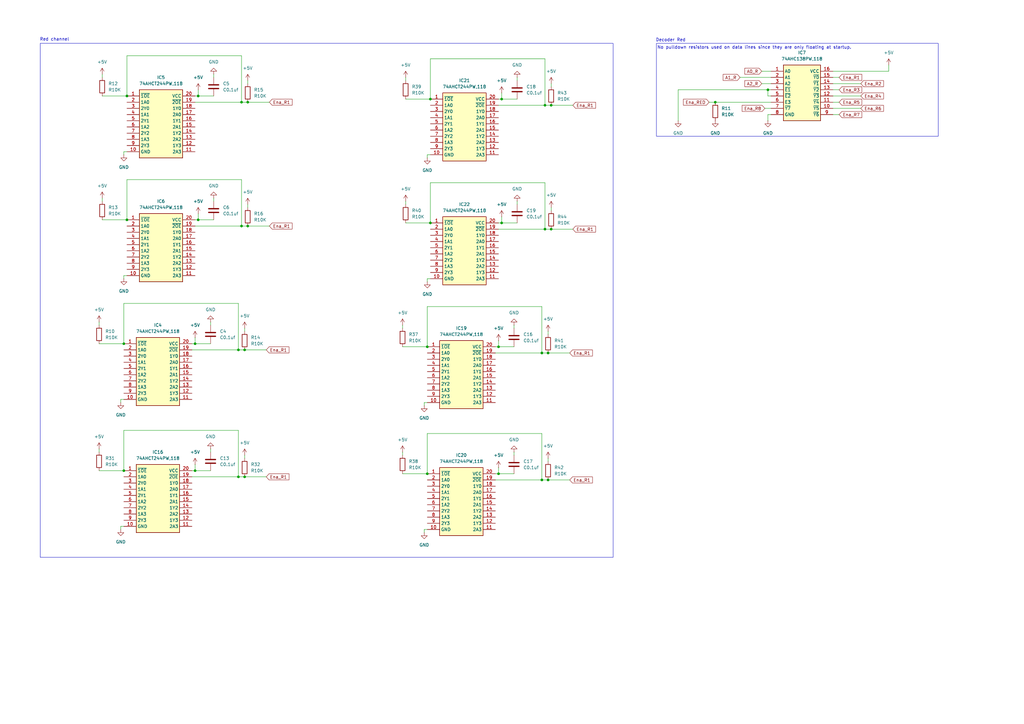
<source format=kicad_sch>
(kicad_sch (version 20250114) (generator "eeschema") (generator_version "9.0")
  (paper "A3")
  (title_block (title "Red LED's"))
  (lib_symbols
    (symbol "Device:C" (pin_numbers (hide yes)) (pin_names (offset 0.254))
      (property "Reference" "C" (at 0.635 2.54 0))
      (property "Value" "C" (at 0.635 -2.54 0))
      (symbol "C_0_1"
        (polyline (pts (xy -2.032 0.762) (xy 2.032 0.762)) (stroke (width 0.508)))
        (polyline (pts (xy -2.032 -0.762) (xy 2.032 -0.762)) (stroke (width 0.508)))
      )
      (symbol "C_1_1"
        (pin passive line (at 0 3.81 270) (length 2.794) (name "~") (number "1"))
        (pin passive line (at 0 -3.81 90) (length 2.794) (name "~") (number "2"))
      )
    )
    (symbol "Device:R" (pin_numbers (hide yes)) (pin_names (offset 0))
      (property "Reference" "R" (at 2.032 0 90))
      (property "Value" "R" (at 0 0 90))
      (symbol "R_0_1"
        (rectangle (start -1.016 -2.54) (end 1.016 2.54) (stroke (width 0.254)))
      )
      (symbol "R_1_1"
        (pin passive line (at 0 3.81 270) (length 1.27) (name "~") (number "1"))
        (pin passive line (at 0 -3.81 90) (length 1.27) (name "~") (number "2"))
      )
    )
    (symbol "SamacSys_Parts:74AHC138PW,118"
      (property "Reference" "IC" (at 21.59 7.62 0))
      (property "Value" "74AHC138PW,118" (at 21.59 5.08 0))
      (symbol "74AHC138PW,118_1_1"
        (rectangle (start 5.08 2.54) (end 20.32 -20.32) (stroke (width 0.254)) (fill (type background)))
        (pin passive line (at 0 0 0) (length 5.08) (name "A0") (number "1"))
        (pin passive line (at 0 -2.54 0) (length 5.08) (name "A1") (number "2"))
        (pin passive line (at 0 -5.08 0) (length 5.08) (name "A2") (number "3"))
        (pin passive line (at 0 -7.62 0) (length 5.08) (name "~{E1}") (number "4"))
        (pin passive line (at 0 -10.16 0) (length 5.08) (name "~{E2}") (number "5"))
        (pin passive line (at 0 -12.7 0) (length 5.08) (name "E3") (number "6"))
        (pin passive line (at 0 -15.24 0) (length 5.08) (name "~{Y7}") (number "7"))
        (pin passive line (at 0 -17.78 0) (length 5.08) (name "GND") (number "8"))
        (pin passive line (at 25.4 0 180) (length 5.08) (name "VCC") (number "16"))
        (pin passive line (at 25.4 -2.54 180) (length 5.08) (name "~{Y0}") (number "15"))
        (pin passive line (at 25.4 -5.08 180) (length 5.08) (name "~{Y1}") (number "14"))
        (pin passive line (at 25.4 -7.62 180) (length 5.08) (name "~{Y2}") (number "13"))
        (pin passive line (at 25.4 -10.16 180) (length 5.08) (name "~{Y3}") (number "12"))
        (pin passive line (at 25.4 -12.7 180) (length 5.08) (name "~{Y4}") (number "11"))
        (pin passive line (at 25.4 -15.24 180) (length 5.08) (name "~{Y5}") (number "10"))
        (pin passive line (at 25.4 -17.78 180) (length 5.08) (name "~{Y6}") (number "9"))
      )
    )
    (symbol "SamacSys_Parts:74AHCT244PW,118"
      (property "Reference" "IC" (at 24.13 7.62 0))
      (property "Value" "74AHCT244PW,118" (at 24.13 5.08 0))
      (symbol "74AHCT244PW,118_1_1"
        (rectangle (start 5.08 2.54) (end 22.86 -25.4) (stroke (width 0.254)) (fill (type background)))
        (pin passive line (at 0 0 0) (length 5.08) (name "~{1OE}") (number "1"))
        (pin passive line (at 0 -2.54 0) (length 5.08) (name "1A0") (number "2"))
        (pin passive line (at 0 -5.08 0) (length 5.08) (name "2Y0") (number "3"))
        (pin passive line (at 0 -7.62 0) (length 5.08) (name "1A1") (number "4"))
        (pin passive line (at 0 -10.16 0) (length 5.08) (name "2Y1") (number "5"))
        (pin passive line (at 0 -12.7 0) (length 5.08) (name "1A2") (number "6"))
        (pin passive line (at 0 -15.24 0) (length 5.08) (name "2Y2") (number "7"))
        (pin passive line (at 0 -17.78 0) (length 5.08) (name "1A3") (number "8"))
        (pin passive line (at 0 -20.32 0) (length 5.08) (name "2Y3") (number "9"))
        (pin passive line (at 0 -22.86 0) (length 5.08) (name "GND") (number "10"))
        (pin passive line (at 27.94 0 180) (length 5.08) (name "VCC") (number "20"))
        (pin passive line (at 27.94 -2.54 180) (length 5.08) (name "~{2OE}") (number "19"))
        (pin passive line (at 27.94 -5.08 180) (length 5.08) (name "1Y0") (number "18"))
        (pin passive line (at 27.94 -7.62 180) (length 5.08) (name "2A0") (number "17"))
        (pin passive line (at 27.94 -10.16 180) (length 5.08) (name "1Y1") (number "16"))
        (pin passive line (at 27.94 -12.7 180) (length 5.08) (name "2A1") (number "15"))
        (pin passive line (at 27.94 -15.24 180) (length 5.08) (name "1Y2") (number "14"))
        (pin passive line (at 27.94 -17.78 180) (length 5.08) (name "2A2") (number "13"))
        (pin passive line (at 27.94 -20.32 180) (length 5.08) (name "1Y3") (number "12"))
        (pin passive line (at 27.94 -22.86 180) (length 5.08) (name "2A3") (number "11"))
      )
    )
    (symbol "power:+5V" (power) (pin_numbers (hide yes)) (pin_names (offset 0) (hide yes))
      (property "Value" "+5V" (at 0 3.556 0))
      (symbol "+5V_0_1"
        (polyline (pts (xy -0.762 1.27) (xy 0 2.54)))
        (polyline (pts (xy 0 2.54) (xy 0.762 1.27)))
        (polyline (pts (xy 0 0) (xy 0 2.54)))
      )
      (symbol "+5V_1_1"
        (pin power_in line (at 0 0 90) (length 0) (name "~") (number "1"))
      )
    )
    (symbol "power:GND" (power) (pin_numbers (hide yes)) (pin_names (offset 0) (hide yes))
      (property "Value" "GND" (at 0 -3.81 0))
      (symbol "GND_0_1"
        (polyline (pts (xy 0 0) (xy 0 -1.27) (xy 1.27 -1.27) (xy 0 -2.54) (xy -1.27 -1.27) (xy 0 -1.27)))
      )
      (symbol "GND_1_1"
        (pin power_in line (at 0 0 270) (length 0) (name "~") (number "1"))
      )
    )
  )
  (rectangle (start 16.51 17.78) (end 251.46 228.6))
  (rectangle (start 269.24 17.78) (end 384.81 55.88))
  (text "Decoder Red" (at 275.082 16.51 0) (effects (font (size 1.27 1.27))))
  (text "No pulldown resistors used on data lines since they are only floating at startup." (at 309.372 19.558 0) (effects (font (size 1.27 1.27))))
  (text "Red channel" (at 22.352 16.256 0) (effects (font (size 1.27 1.27))))
  (junction (at 222.25 196.85))
  (junction (at 222.25 144.78))
  (junction (at 205.74 91.44))
  (junction (at 100.33 143.51))
  (junction (at 99.06 41.91))
  (junction (at 80.01 193.04))
  (junction (at 99.06 92.71))
  (junction (at 52.07 90.17))
  (junction (at 80.01 140.97))
  (junction (at 81.28 90.17))
  (junction (at 293.37 41.91))
  (junction (at 101.6 92.71))
  (junction (at 204.47 194.31))
  (junction (at 314.96 36.83))
  (junction (at 226.06 93.98))
  (junction (at 175.26 194.31))
  (junction (at 204.47 142.24))
  (junction (at 176.53 91.44))
  (junction (at 205.74 40.64))
  (junction (at 175.26 142.24))
  (junction (at 97.79 143.51))
  (junction (at 226.06 43.18))
  (junction (at 176.53 40.64))
  (junction (at 223.52 93.98))
  (junction (at 224.79 144.78))
  (junction (at 81.28 39.37))
  (junction (at 50.8 140.97))
  (junction (at 50.8 193.04))
  (junction (at 223.52 43.18))
  (junction (at 224.79 196.85))
  (junction (at 97.79 195.58))
  (junction (at 101.6 41.91))
  (junction (at 52.07 39.37))
  (junction (at 100.33 195.58))
  (wire (pts (xy 210.82 186.69) (xy 210.82 185.42)))
  (wire (pts (xy 50.8 215.9) (xy 49.53 215.9)))
  (wire (pts (xy 80.01 193.04) (xy 86.36 193.04)))
  (wire (pts (xy 222.25 177.8) (xy 175.26 177.8)))
  (wire (pts (xy 222.25 196.85) (xy 224.79 196.85)))
  (wire (pts (xy 80.01 39.37) (xy 81.28 39.37)))
  (wire (pts (xy 99.06 41.91) (xy 99.06 22.86)))
  (wire (pts (xy 312.42 29.21) (xy 316.23 29.21)))
  (wire (pts (xy 97.79 195.58) (xy 100.33 195.58)))
  (wire (pts (xy 99.06 22.86) (xy 52.07 22.86)))
  (wire (pts (xy 204.47 142.24) (xy 210.82 142.24)))
  (wire (pts (xy 80.01 41.91) (xy 99.06 41.91)))
  (wire (pts (xy 341.63 39.37) (xy 353.06 39.37)))
  (wire (pts (xy 314.96 49.53) (xy 314.96 46.99)))
  (wire (pts (xy 97.79 143.51) (xy 100.33 143.51)))
  (wire (pts (xy 166.37 40.64) (xy 176.53 40.64)))
  (wire (pts (xy 224.79 187.96) (xy 224.79 189.23)))
  (wire (pts (xy 341.63 34.29) (xy 353.06 34.29)))
  (wire (pts (xy 222.25 196.85) (xy 222.25 177.8)))
  (wire (pts (xy 97.79 143.51) (xy 97.79 124.46)))
  (wire (pts (xy 81.28 36.83) (xy 81.28 39.37)))
  (wire (pts (xy 40.64 132.08) (xy 40.64 133.35)))
  (wire (pts (xy 49.53 215.9) (xy 49.53 217.17)))
  (wire (pts (xy 226.06 34.29) (xy 226.06 35.56)))
  (wire (pts (xy 50.8 113.03) (xy 50.8 114.3)))
  (wire (pts (xy 226.06 85.09) (xy 226.06 86.36)))
  (wire (pts (xy 364.49 26.67) (xy 364.49 29.21)))
  (wire (pts (xy 97.79 195.58) (xy 97.79 176.53)))
  (wire (pts (xy 176.53 74.93) (xy 176.53 91.44)))
  (wire (pts (xy 78.74 195.58) (xy 97.79 195.58)))
  (wire (pts (xy 341.63 44.45) (xy 353.06 44.45)))
  (wire (pts (xy 99.06 41.91) (xy 101.6 41.91)))
  (wire (pts (xy 52.07 113.03) (xy 50.8 113.03)))
  (wire (pts (xy 314.96 36.83) (xy 314.96 39.37)))
  (wire (pts (xy 99.06 73.66) (xy 52.07 73.66)))
  (wire (pts (xy 313.69 44.45) (xy 316.23 44.45)))
  (wire (pts (xy 40.64 140.97) (xy 50.8 140.97)))
  (wire (pts (xy 278.13 36.83) (xy 314.96 36.83)))
  (wire (pts (xy 166.37 91.44) (xy 176.53 91.44)))
  (wire (pts (xy 78.74 143.51) (xy 97.79 143.51)))
  (wire (pts (xy 205.74 88.9) (xy 205.74 91.44)))
  (wire (pts (xy 224.79 196.85) (xy 233.68 196.85)))
  (wire (pts (xy 175.26 125.73) (xy 175.26 142.24)))
  (wire (pts (xy 204.47 43.18) (xy 223.52 43.18)))
  (wire (pts (xy 165.1 194.31) (xy 175.26 194.31)))
  (wire (pts (xy 312.42 34.29) (xy 316.23 34.29)))
  (wire (pts (xy 99.06 92.71) (xy 99.06 73.66)))
  (wire (pts (xy 78.74 140.97) (xy 80.01 140.97)))
  (wire (pts (xy 278.13 49.53) (xy 278.13 36.83)))
  (wire (pts (xy 341.63 41.91) (xy 344.17 41.91)))
  (wire (pts (xy 99.06 92.71) (xy 101.6 92.71)))
  (wire (pts (xy 80.01 92.71) (xy 99.06 92.71)))
  (wire (pts (xy 50.8 163.83) (xy 49.53 163.83)))
  (wire (pts (xy 290.83 41.91) (xy 293.37 41.91)))
  (wire (pts (xy 80.01 190.5) (xy 80.01 193.04)))
  (wire (pts (xy 212.09 33.02) (xy 212.09 31.75)))
  (wire (pts (xy 226.06 43.18) (xy 234.95 43.18)))
  (wire (pts (xy 166.37 31.75) (xy 166.37 33.02)))
  (wire (pts (xy 87.63 82.55) (xy 87.63 81.28)))
  (wire (pts (xy 165.1 185.42) (xy 165.1 186.69)))
  (wire (pts (xy 165.1 133.35) (xy 165.1 134.62)))
  (wire (pts (xy 52.07 22.86) (xy 52.07 39.37)))
  (wire (pts (xy 176.53 63.5) (xy 175.26 63.5)))
  (wire (pts (xy 41.91 30.48) (xy 41.91 31.75)))
  (wire (pts (xy 204.47 191.77) (xy 204.47 194.31)))
  (wire (pts (xy 205.74 38.1) (xy 205.74 40.64)))
  (wire (pts (xy 226.06 93.98) (xy 234.95 93.98)))
  (wire (pts (xy 222.25 144.78) (xy 224.79 144.78)))
  (wire (pts (xy 87.63 31.75) (xy 87.63 30.48)))
  (wire (pts (xy 166.37 82.55) (xy 166.37 83.82)))
  (wire (pts (xy 80.01 90.17) (xy 81.28 90.17)))
  (wire (pts (xy 41.91 90.17) (xy 52.07 90.17)))
  (wire (pts (xy 293.37 41.91) (xy 316.23 41.91)))
  (wire (pts (xy 203.2 142.24) (xy 204.47 142.24)))
  (wire (pts (xy 52.07 62.23) (xy 50.8 62.23)))
  (wire (pts (xy 49.53 163.83) (xy 49.53 165.1)))
  (wire (pts (xy 86.36 133.35) (xy 86.36 132.08)))
  (wire (pts (xy 52.07 73.66) (xy 52.07 90.17)))
  (wire (pts (xy 80.01 140.97) (xy 86.36 140.97)))
  (wire (pts (xy 175.26 63.5) (xy 175.26 64.77)))
  (wire (pts (xy 203.2 144.78) (xy 222.25 144.78)))
  (wire (pts (xy 81.28 87.63) (xy 81.28 90.17)))
  (wire (pts (xy 204.47 91.44) (xy 205.74 91.44)))
  (wire (pts (xy 314.96 39.37) (xy 316.23 39.37)))
  (wire (pts (xy 100.33 143.51) (xy 109.22 143.51)))
  (wire (pts (xy 204.47 139.7) (xy 204.47 142.24)))
  (wire (pts (xy 175.26 165.1) (xy 173.99 165.1)))
  (wire (pts (xy 100.33 195.58) (xy 109.22 195.58)))
  (wire (pts (xy 176.53 114.3) (xy 175.26 114.3)))
  (wire (pts (xy 341.63 36.83) (xy 344.17 36.83)))
  (wire (pts (xy 224.79 135.89) (xy 224.79 137.16)))
  (wire (pts (xy 97.79 124.46) (xy 50.8 124.46)))
  (wire (pts (xy 86.36 185.42) (xy 86.36 184.15)))
  (wire (pts (xy 341.63 46.99) (xy 344.17 46.99)))
  (wire (pts (xy 222.25 144.78) (xy 222.25 125.73)))
  (wire (pts (xy 41.91 81.28) (xy 41.91 82.55)))
  (wire (pts (xy 173.99 217.17) (xy 173.99 218.44)))
  (wire (pts (xy 223.52 43.18) (xy 223.52 24.13)))
  (wire (pts (xy 212.09 83.82) (xy 212.09 82.55)))
  (wire (pts (xy 50.8 124.46) (xy 50.8 140.97)))
  (wire (pts (xy 101.6 33.02) (xy 101.6 34.29)))
  (wire (pts (xy 203.2 194.31) (xy 204.47 194.31)))
  (wire (pts (xy 175.26 177.8) (xy 175.26 194.31)))
  (wire (pts (xy 81.28 39.37) (xy 87.63 39.37)))
  (wire (pts (xy 100.33 134.62) (xy 100.33 135.89)))
  (wire (pts (xy 205.74 40.64) (xy 212.09 40.64)))
  (wire (pts (xy 341.63 31.75) (xy 344.17 31.75)))
  (wire (pts (xy 223.52 74.93) (xy 176.53 74.93)))
  (wire (pts (xy 203.2 196.85) (xy 222.25 196.85)))
  (wire (pts (xy 40.64 193.04) (xy 50.8 193.04)))
  (wire (pts (xy 101.6 41.91) (xy 110.49 41.91)))
  (wire (pts (xy 223.52 93.98) (xy 223.52 74.93)))
  (wire (pts (xy 50.8 176.53) (xy 50.8 193.04)))
  (wire (pts (xy 223.52 43.18) (xy 226.06 43.18)))
  (wire (pts (xy 165.1 142.24) (xy 175.26 142.24)))
  (wire (pts (xy 41.91 39.37) (xy 52.07 39.37)))
  (wire (pts (xy 303.53 31.75) (xy 316.23 31.75)))
  (wire (pts (xy 224.79 144.78) (xy 233.68 144.78)))
  (wire (pts (xy 176.53 24.13) (xy 176.53 40.64)))
  (wire (pts (xy 173.99 165.1) (xy 173.99 166.37)))
  (wire (pts (xy 205.74 91.44) (xy 212.09 91.44)))
  (wire (pts (xy 204.47 194.31) (xy 210.82 194.31)))
  (wire (pts (xy 78.74 193.04) (xy 80.01 193.04)))
  (wire (pts (xy 175.26 217.17) (xy 173.99 217.17)))
  (wire (pts (xy 175.26 114.3) (xy 175.26 115.57)))
  (wire (pts (xy 80.01 138.43) (xy 80.01 140.97)))
  (wire (pts (xy 204.47 40.64) (xy 205.74 40.64)))
  (wire (pts (xy 222.25 125.73) (xy 175.26 125.73)))
  (wire (pts (xy 223.52 24.13) (xy 176.53 24.13)))
  (wire (pts (xy 101.6 83.82) (xy 101.6 85.09)))
  (wire (pts (xy 223.52 93.98) (xy 226.06 93.98)))
  (wire (pts (xy 50.8 62.23) (xy 50.8 63.5)))
  (wire (pts (xy 210.82 134.62) (xy 210.82 133.35)))
  (wire (pts (xy 101.6 92.71) (xy 110.49 92.71)))
  (wire (pts (xy 314.96 46.99) (xy 316.23 46.99)))
  (wire (pts (xy 81.28 90.17) (xy 87.63 90.17)))
  (wire (pts (xy 97.79 176.53) (xy 50.8 176.53)))
  (wire (pts (xy 204.47 93.98) (xy 223.52 93.98)))
  (wire (pts (xy 100.33 186.69) (xy 100.33 187.96)))
  (wire (pts (xy 316.23 36.83) (xy 314.96 36.83)))
  (wire (pts (xy 40.64 184.15) (xy 40.64 185.42)))
  (wire (pts (xy 364.49 29.21) (xy 341.63 29.21)))
  (global_label "Ena_R1" (shape input) (at 234.95 93.98 0) (property "Intersheetrefs" "${INTERSHEET_REFS}" (effects (hide yes))))
  (global_label "Ena_R1" (shape input) (at 234.95 43.18 0) (property "Intersheetrefs" "${INTERSHEET_REFS}" (effects (hide yes))))
  (global_label "Ena_R1" (shape input) (at 233.68 144.78 0) (property "Intersheetrefs" "${INTERSHEET_REFS}" (effects (hide yes))))
  (global_label "Ena_RED" (shape input) (at 290.83 41.91 180) (property "Intersheetrefs" "${INTERSHEET_REFS}" (effects (hide yes))))
  (global_label "A2_R" (shape input) (at 312.42 34.29 180) (property "Intersheetrefs" "${INTERSHEET_REFS}" (effects (hide yes))))
  (global_label "Ena_R6" (shape input) (at 353.06 44.45 0) (property "Intersheetrefs" "${INTERSHEET_REFS}" (effects (hide yes))))
  (global_label "Ena_R4" (shape input) (at 353.06 39.37 0) (property "Intersheetrefs" "${INTERSHEET_REFS}" (effects (hide yes))))
  (global_label "Ena_R1" (shape input) (at 110.49 41.91 0) (property "Intersheetrefs" "${INTERSHEET_REFS}" (effects (hide yes))))
  (global_label "Ena_R1" (shape input) (at 233.68 196.85 0) (property "Intersheetrefs" "${INTERSHEET_REFS}" (effects (hide yes))))
  (global_label "A0_R" (shape input) (at 312.42 29.21 180) (property "Intersheetrefs" "${INTERSHEET_REFS}" (effects (hide yes))))
  (global_label "Ena_R2" (shape input) (at 353.06 34.29 0) (property "Intersheetrefs" "${INTERSHEET_REFS}" (effects (hide yes))))
  (global_label "Ena_R3" (shape input) (at 344.17 36.83 0) (property "Intersheetrefs" "${INTERSHEET_REFS}" (effects (hide yes))))
  (global_label "Ena_R8" (shape input) (at 313.69 44.45 180) (property "Intersheetrefs" "${INTERSHEET_REFS}" (effects (hide yes))))
  (global_label "Ena_R5" (shape input) (at 344.17 41.91 0) (property "Intersheetrefs" "${INTERSHEET_REFS}" (effects (hide yes))))
  (global_label "Ena_R1" (shape input) (at 110.49 92.71 0) (property "Intersheetrefs" "${INTERSHEET_REFS}" (effects (hide yes))))
  (global_label "Ena_R1" (shape input) (at 109.22 195.58 0) (property "Intersheetrefs" "${INTERSHEET_REFS}" (effects (hide yes))))
  (global_label "Ena_R1" (shape input) (at 344.17 31.75 0) (property "Intersheetrefs" "${INTERSHEET_REFS}" (effects (hide yes))))
  (global_label "Ena_R7" (shape input) (at 344.17 46.99 0) (property "Intersheetrefs" "${INTERSHEET_REFS}" (effects (hide yes))))
  (global_label "A1_R" (shape input) (at 303.53 31.75 180) (property "Intersheetrefs" "${INTERSHEET_REFS}" (effects (hide yes))))
  (global_label "Ena_R1" (shape input) (at 109.22 143.51 0) (property "Intersheetrefs" "${INTERSHEET_REFS}" (effects (hide yes))))
  (symbol (lib_id "Device:C") (at 212.09 36.83 0) (unit 1)
    (property "Reference" "C18" (at 215.9 35.5599 0) (effects (justify left)))
    (property "Value" "C0.1uf" (at 215.9 38.0999 0) (effects (justify left)))
    (property "Description" "Unpolarized capacitor" (effects (hide yes)))
    (instances (project "LED_CUBE_8x8" (path "" (reference "C18") (unit 1)) (path "" (reference "C26") (unit 1)) (path "" (reference "C22") (unit 1))))
  )
  (symbol (lib_id "power:+5V") (at 80.01 138.43 0) (unit 1)
    (property "Reference" "#PWR037" (effects (hide yes)))
    (property "Value" "+5V" (at 80.01 133.35 0))
    (property "Description" "Power symbol creates a global label with name \"+5V\"" (effects (hide yes)))
    (instances (project "LED_CUBE_8x8" (path "" (reference "#PWR037") (unit 1)) (path "" (reference "#PWR075") (unit 1)) (path "" (reference "#PWR056") (unit 1))))
  )
  (symbol (lib_id "SamacSys_Parts:74AHCT244PW,118") (at 176.53 40.64 0) (unit 1)
    (property "Reference" "IC21" (at 190.5 33.02 0))
    (property "Value" "74AHCT244PW,118" (at 190.5 35.56 0))
    (property "Footprint" "SOP65P640X110-20N" (effects (hide yes)))
    (property "Datasheet" "https://assets.nexperia.com/documents/data-sheet/74AHC_AHCT244.pdf" (effects (hide yes)))
    (property "Description" "74AHC(T)244 - Octal buffer/line driver; 3-state@en-us" (effects (hide yes)))
    (property "Height" "1.1" (effects (hide yes)))
    (property "Mouser Part Number" "771-AHCT244PW118" (effects (hide yes)))
    (property "Mouser Price/Stock" "https://www.mouser.co.uk/ProductDetail/Nexperia/74AHCT244PW118?qs=P62ublwmbi%252BwpHKVMKyyhA%3D%3D" (effects (hide yes)))
    (property "Manufacturer_Name" "Nexperia" (effects (hide yes)))
    (property "Manufacturer_Part_Number" "74AHCT244PW,118" (effects (hide yes)))
    (instances (project "LED_CUBE_8x8" (path "" (reference "IC21") (unit 1)) (path "" (reference "IC32") (unit 1)) (path "" (reference "IC28") (unit 1))))
  )
  (symbol (lib_id "power:+5V") (at 224.79 187.96 0) (unit 1)
    (property "Reference" "#PWR0117" (effects (hide yes)))
    (property "Value" "+5V" (at 224.79 182.88 0))
    (property "Description" "Power symbol creates a global label with name \"+5V\"" (effects (hide yes)))
    (instances (project "LED_CUBE_8x8" (path "" (reference "#PWR0117") (unit 1)) (path "" (reference "#PWR0157") (unit 1)) (path "" (reference "#PWR0137") (unit 1))))
  )
  (symbol (lib_id "power:+5V") (at 166.37 82.55 0) (unit 1)
    (property "Reference" "#PWR0103" (effects (hide yes)))
    (property "Value" "+5V" (at 166.37 77.47 0))
    (property "Description" "Power symbol creates a global label with name \"+5V\"" (effects (hide yes)))
    (instances (project "LED_CUBE_8x8" (path "" (reference "#PWR0103") (unit 1)) (path "" (reference "#PWR0143") (unit 1)) (path "" (reference "#PWR0123") (unit 1))))
  )
  (symbol (lib_id "SamacSys_Parts:74AHCT244PW,118") (at 176.53 91.44 0) (unit 1)
    (property "Reference" "IC22" (at 190.5 83.82 0))
    (property "Value" "74AHCT244PW,118" (at 190.5 86.36 0))
    (property "Footprint" "SOP65P640X110-20N" (effects (hide yes)))
    (property "Datasheet" "https://assets.nexperia.com/documents/data-sheet/74AHC_AHCT244.pdf" (effects (hide yes)))
    (property "Description" "74AHC(T)244 - Octal buffer/line driver; 3-state@en-us" (effects (hide yes)))
    (property "Height" "1.1" (effects (hide yes)))
    (property "Mouser Part Number" "771-AHCT244PW118" (effects (hide yes)))
    (property "Mouser Price/Stock" "https://www.mouser.co.uk/ProductDetail/Nexperia/74AHCT244PW118?qs=P62ublwmbi%252BwpHKVMKyyhA%3D%3D" (effects (hide yes)))
    (property "Manufacturer_Name" "Nexperia" (effects (hide yes)))
    (property "Manufacturer_Part_Number" "74AHCT244PW,118" (effects (hide yes)))
    (instances (project "LED_CUBE_8x8" (path "" (reference "IC22") (unit 1)) (path "" (reference "IC33") (unit 1)) (path "" (reference "IC29") (unit 1))))
  )
  (symbol (lib_id "Device:R") (at 41.91 35.56 0) (unit 1)
    (property "Reference" "R12" (at 44.45 34.2899 0) (effects (justify left)))
    (property "Value" "R10K" (at 44.45 36.8299 0) (effects (justify left)))
    (property "Description" "Resistor" (effects (hide yes)))
    (instances (project "LED_CUBE_8x8" (path "" (reference "R12") (unit 1)) (path "" (reference "R26") (unit 1)) (path "" (reference "R19") (unit 1))))
  )
  (symbol (lib_id "power:GND") (at 210.82 133.35 180) (unit 1)
    (property "Reference" "#PWR0112" (effects (hide yes)))
    (property "Value" "GND" (at 210.82 128.27 0))
    (property "Description" "Power symbol creates a global label with name \"GND\" , ground" (effects (hide yes)))
    (instances (project "LED_CUBE_8x8" (path "" (reference "#PWR0112") (unit 1)) (path "" (reference "#PWR0152") (unit 1)) (path "" (reference "#PWR0132") (unit 1))))
  )
  (symbol (lib_id "power:+5V") (at 41.91 30.48 0) (unit 1)
    (property "Reference" "#PWR031" (effects (hide yes)))
    (property "Value" "+5V" (at 41.91 25.4 0))
    (property "Description" "Power symbol creates a global label with name \"+5V\"" (effects (hide yes)))
    (instances (project "LED_CUBE_8x8" (path "" (reference "#PWR031") (unit 1)) (path "" (reference "#PWR069") (unit 1)) (path "" (reference "#PWR050") (unit 1))))
  )
  (symbol (lib_id "power:+5V") (at 205.74 38.1 0) (unit 1)
    (property "Reference" "#PWR0110" (effects (hide yes)))
    (property "Value" "+5V" (at 205.74 33.02 0))
    (property "Description" "Power symbol creates a global label with name \"+5V\"" (effects (hide yes)))
    (instances (project "LED_CUBE_8x8" (path "" (reference "#PWR0110") (unit 1)) (path "" (reference "#PWR0150") (unit 1)) (path "" (reference "#PWR0130") (unit 1))))
  )
  (symbol (lib_id "power:+5V") (at 204.47 139.7 0) (unit 1)
    (property "Reference" "#PWR0108" (effects (hide yes)))
    (property "Value" "+5V" (at 204.47 134.62 0))
    (property "Description" "Power symbol creates a global label with name \"+5V\"" (effects (hide yes)))
    (instances (project "LED_CUBE_8x8" (path "" (reference "#PWR0108") (unit 1)) (path "" (reference "#PWR0148") (unit 1)) (path "" (reference "#PWR0128") (unit 1))))
  )
  (symbol (lib_id "Device:R") (at 224.79 140.97 0) (unit 1)
    (property "Reference" "R41" (at 227.33 139.6999 0) (effects (justify left)))
    (property "Value" "R10K" (at 227.33 142.2399 0) (effects (justify left)))
    (property "Description" "Resistor" (effects (hide yes)))
    (instances (project "LED_CUBE_8x8" (path "" (reference "R41") (unit 1)) (path "" (reference "R57") (unit 1)) (path "" (reference "R49") (unit 1))))
  )
  (symbol (lib_id "Device:C") (at 210.82 190.5 0) (unit 1)
    (property "Reference" "C17" (at 214.63 189.2299 0) (effects (justify left)))
    (property "Value" "C0.1uf" (at 214.63 191.7699 0) (effects (justify left)))
    (property "Description" "Unpolarized capacitor" (effects (hide yes)))
    (instances (project "LED_CUBE_8x8" (path "" (reference "C17") (unit 1)) (path "" (reference "C25") (unit 1)) (path "" (reference "C21") (unit 1))))
  )
  (symbol (lib_id "power:GND") (at 50.8 114.3 0) (unit 1)
    (property "Reference" "#PWR035" (effects (hide yes)))
    (property "Value" "GND" (at 50.8 119.38 0))
    (property "Description" "Power symbol creates a global label with name \"GND\" , ground" (effects (hide yes)))
    (instances (project "LED_CUBE_8x8" (path "" (reference "#PWR035") (unit 1)) (path "" (reference "#PWR073") (unit 1)) (path "" (reference "#PWR054") (unit 1))))
  )
  (symbol (lib_id "power:GND") (at 86.36 184.15 180) (unit 1)
    (property "Reference" "#PWR088" (effects (hide yes)))
    (property "Value" "GND" (at 86.36 179.07 0))
    (property "Description" "Power symbol creates a global label with name \"GND\" , ground" (effects (hide yes)))
    (instances (project "LED_CUBE_8x8" (path "" (reference "#PWR088") (unit 1)) (path "" (reference "#PWR098") (unit 1)) (path "" (reference "#PWR093") (unit 1))))
  )
  (symbol (lib_id "power:GND") (at 314.96 49.53 0) (unit 1)
    (property "Reference" "#PWR036" (effects (hide yes)))
    (property "Value" "GND" (at 314.96 54.61 0))
    (property "Description" "Power symbol creates a global label with name \"GND\" , ground" (effects (hide yes)))
    (instances (project "LED_CUBE_8x8" (path "" (reference "#PWR036") (unit 1)) (path "" (reference "#PWR074") (unit 1)) (path "" (reference "#PWR055") (unit 1))))
  )
  (symbol (lib_id "power:+5V") (at 165.1 185.42 0) (unit 1)
    (property "Reference" "#PWR0101" (effects (hide yes)))
    (property "Value" "+5V" (at 165.1 180.34 0))
    (property "Description" "Power symbol creates a global label with name \"+5V\"" (effects (hide yes)))
    (instances (project "LED_CUBE_8x8" (path "" (reference "#PWR0101") (unit 1)) (path "" (reference "#PWR0141") (unit 1)) (path "" (reference "#PWR0121") (unit 1))))
  )
  (symbol (lib_id "Device:R") (at 293.37 45.72 0) (unit 1)
    (property "Reference" "R11" (at 295.91 44.4499 0) (effects (justify left)))
    (property "Value" "R10K" (at 295.91 46.9899 0) (effects (justify left)))
    (property "Description" "Resistor" (effects (hide yes)))
    (instances (project "LED_CUBE_8x8" (path "" (reference "R11") (unit 1)) (path "" (reference "R25") (unit 1)) (path "" (reference "R18") (unit 1))))
  )
  (symbol (lib_id "Device:R") (at 226.06 39.37 0) (unit 1)
    (property "Reference" "R43" (at 228.6 38.0999 0) (effects (justify left)))
    (property "Value" "R10K" (at 228.6 40.6399 0) (effects (justify left)))
    (property "Description" "Resistor" (effects (hide yes)))
    (instances (project "LED_CUBE_8x8" (path "" (reference "R43") (unit 1)) (path "" (reference "R59") (unit 1)) (path "" (reference "R51") (unit 1))))
  )
  (symbol (lib_id "power:+5V") (at 80.01 190.5 0) (unit 1)
    (property "Reference" "#PWR087" (effects (hide yes)))
    (property "Value" "+5V" (at 80.01 185.42 0))
    (property "Description" "Power symbol creates a global label with name \"+5V\"" (effects (hide yes)))
    (instances (project "LED_CUBE_8x8" (path "" (reference "#PWR087") (unit 1)) (path "" (reference "#PWR097") (unit 1)) (path "" (reference "#PWR092") (unit 1))))
  )
  (symbol (lib_id "Device:C") (at 86.36 137.16 0) (unit 1)
    (property "Reference" "C4" (at 90.17 135.8899 0) (effects (justify left)))
    (property "Value" "C0.1uf" (at 90.17 138.4299 0) (effects (justify left)))
    (property "Description" "Unpolarized capacitor" (effects (hide yes)))
    (instances (project "LED_CUBE_8x8" (path "" (reference "C4") (unit 1)) (path "" (reference "C10") (unit 1)) (path "" (reference "C7") (unit 1))))
  )
  (symbol (lib_id "SamacSys_Parts:74AHCT244PW,118") (at 175.26 142.24 0) (unit 1)
    (property "Reference" "IC19" (at 189.23 134.62 0))
    (property "Value" "74AHCT244PW,118" (at 189.23 137.16 0))
    (property "Footprint" "SOP65P640X110-20N" (effects (hide yes)))
    (property "Datasheet" "https://assets.nexperia.com/documents/data-sheet/74AHC_AHCT244.pdf" (effects (hide yes)))
    (property "Description" "74AHC(T)244 - Octal buffer/line driver; 3-state@en-us" (effects (hide yes)))
    (property "Height" "1.1" (effects (hide yes)))
    (property "Mouser Part Number" "771-AHCT244PW118" (effects (hide yes)))
    (property "Mouser Price/Stock" "https://www.mouser.co.uk/ProductDetail/Nexperia/74AHCT244PW118?qs=P62ublwmbi%252BwpHKVMKyyhA%3D%3D" (effects (hide yes)))
    (property "Manufacturer_Name" "Nexperia" (effects (hide yes)))
    (property "Manufacturer_Part_Number" "74AHCT244PW,118" (effects (hide yes)))
    (instances (project "LED_CUBE_8x8" (path "" (reference "IC19") (unit 1)) (path "" (reference "IC30") (unit 1)) (path "" (reference "IC23") (unit 1))))
  )
  (symbol (lib_id "SamacSys_Parts:74AHCT244PW,118") (at 50.8 193.04 0) (unit 1)
    (property "Reference" "IC16" (at 64.77 185.42 0))
    (property "Value" "74AHCT244PW,118" (at 64.77 187.96 0))
    (property "Footprint" "SOP65P640X110-20N" (effects (hide yes)))
    (property "Datasheet" "https://assets.nexperia.com/documents/data-sheet/74AHC_AHCT244.pdf" (effects (hide yes)))
    (property "Description" "74AHC(T)244 - Octal buffer/line driver; 3-state@en-us" (effects (hide yes)))
    (property "Height" "1.1" (effects (hide yes)))
    (property "Mouser Part Number" "771-AHCT244PW118" (effects (hide yes)))
    (property "Mouser Price/Stock" "https://www.mouser.co.uk/ProductDetail/Nexperia/74AHCT244PW118?qs=P62ublwmbi%252BwpHKVMKyyhA%3D%3D" (effects (hide yes)))
    (property "Manufacturer_Name" "Nexperia" (effects (hide yes)))
    (property "Manufacturer_Part_Number" "74AHCT244PW,118" (effects (hide yes)))
    (instances (project "LED_CUBE_8x8" (path "" (reference "IC16") (unit 1)) (path "" (reference "IC18") (unit 1)) (path "" (reference "IC17") (unit 1))))
  )
  (symbol (lib_id "SamacSys_Parts:74AHCT244PW,118") (at 52.07 90.17 0) (unit 1)
    (property "Reference" "IC6" (at 66.04 82.55 0))
    (property "Value" "74AHCT244PW,118" (at 66.04 85.09 0))
    (property "Footprint" "SOP65P640X110-20N" (effects (hide yes)))
    (property "Datasheet" "https://assets.nexperia.com/documents/data-sheet/74AHC_AHCT244.pdf" (effects (hide yes)))
    (property "Description" "74AHC(T)244 - Octal buffer/line driver; 3-state@en-us" (effects (hide yes)))
    (property "Height" "1.1" (effects (hide yes)))
    (property "Mouser Part Number" "771-AHCT244PW118" (effects (hide yes)))
    (property "Mouser Price/Stock" "https://www.mouser.co.uk/ProductDetail/Nexperia/74AHCT244PW118?qs=P62ublwmbi%252BwpHKVMKyyhA%3D%3D" (effects (hide yes)))
    (property "Manufacturer_Name" "Nexperia" (effects (hide yes)))
    (property "Manufacturer_Part_Number" "74AHCT244PW,118" (effects (hide yes)))
    (instances (project "LED_CUBE_8x8" (path "" (reference "IC6") (unit 1)) (path "" (reference "IC14") (unit 1)) (path "" (reference "IC10") (unit 1))))
  )
  (symbol (lib_id "power:+5V") (at 165.1 133.35 0) (unit 1)
    (property "Reference" "#PWR0100" (effects (hide yes)))
    (property "Value" "+5V" (at 165.1 128.27 0))
    (property "Description" "Power symbol creates a global label with name \"+5V\"" (effects (hide yes)))
    (instances (project "LED_CUBE_8x8" (path "" (reference "#PWR0100") (unit 1)) (path "" (reference "#PWR0140") (unit 1)) (path "" (reference "#PWR0120") (unit 1))))
  )
  (symbol (lib_id "power:+5V") (at 81.28 36.83 0) (unit 1)
    (property "Reference" "#PWR038" (effects (hide yes)))
    (property "Value" "+5V" (at 81.28 31.75 0))
    (property "Description" "Power symbol creates a global label with name \"+5V\"" (effects (hide yes)))
    (instances (project "LED_CUBE_8x8" (path "" (reference "#PWR038") (unit 1)) (path "" (reference "#PWR076") (unit 1)) (path "" (reference "#PWR057") (unit 1))))
  )
  (symbol (lib_id "Device:R") (at 101.6 38.1 0) (unit 1)
    (property "Reference" "R15" (at 104.14 36.8299 0) (effects (justify left)))
    (property "Value" "R10K" (at 104.14 39.3699 0) (effects (justify left)))
    (property "Description" "Resistor" (effects (hide yes)))
    (instances (project "LED_CUBE_8x8" (path "" (reference "R15") (unit 1)) (path "" (reference "R29") (unit 1)) (path "" (reference "R22") (unit 1))))
  )
  (symbol (lib_id "power:+5V") (at 205.74 88.9 0) (unit 1)
    (property "Reference" "#PWR0111" (effects (hide yes)))
    (property "Value" "+5V" (at 205.74 83.82 0))
    (property "Description" "Power symbol creates a global label with name \"+5V\"" (effects (hide yes)))
    (instances (project "LED_CUBE_8x8" (path "" (reference "#PWR0111") (unit 1)) (path "" (reference "#PWR0151") (unit 1)) (path "" (reference "#PWR0131") (unit 1))))
  )
  (symbol (lib_id "Device:R") (at 40.64 189.23 0) (unit 1)
    (property "Reference" "R31" (at 43.18 187.9599 0) (effects (justify left)))
    (property "Value" "R10K" (at 43.18 190.4999 0) (effects (justify left)))
    (property "Description" "Resistor" (effects (hide yes)))
    (instances (project "LED_CUBE_8x8" (path "" (reference "R31") (unit 1)) (path "" (reference "R35") (unit 1)) (path "" (reference "R33") (unit 1))))
  )
  (symbol (lib_id "power:+5V") (at 166.37 31.75 0) (unit 1)
    (property "Reference" "#PWR0102" (effects (hide yes)))
    (property "Value" "+5V" (at 166.37 26.67 0))
    (property "Description" "Power symbol creates a global label with name \"+5V\"" (effects (hide yes)))
    (instances (project "LED_CUBE_8x8" (path "" (reference "#PWR0102") (unit 1)) (path "" (reference "#PWR0142") (unit 1)) (path "" (reference "#PWR0122") (unit 1))))
  )
  (symbol (lib_id "power:+5V") (at 101.6 33.02 0) (unit 1)
    (property "Reference" "#PWR044" (effects (hide yes)))
    (property "Value" "+5V" (at 101.6 27.94 0))
    (property "Description" "Power symbol creates a global label with name \"+5V\"" (effects (hide yes)))
    (instances (project "LED_CUBE_8x8" (path "" (reference "#PWR044") (unit 1)) (path "" (reference "#PWR082") (unit 1)) (path "" (reference "#PWR063") (unit 1))))
  )
  (symbol (lib_id "power:GND") (at 87.63 30.48 180) (unit 1)
    (property "Reference" "#PWR041" (effects (hide yes)))
    (property "Value" "GND" (at 87.63 25.4 0))
    (property "Description" "Power symbol creates a global label with name \"GND\" , ground" (effects (hide yes)))
    (instances (project "LED_CUBE_8x8" (path "" (reference "#PWR041") (unit 1)) (path "" (reference "#PWR079") (unit 1)) (path "" (reference "#PWR060") (unit 1))))
  )
  (symbol (lib_id "Device:R") (at 40.64 137.16 0) (unit 1)
    (property "Reference" "R10" (at 43.18 135.8899 0) (effects (justify left)))
    (property "Value" "R10K" (at 43.18 138.4299 0) (effects (justify left)))
    (property "Description" "Resistor" (effects (hide yes)))
    (instances (project "LED_CUBE_8x8" (path "" (reference "R10") (unit 1)) (path "" (reference "R24") (unit 1)) (path "" (reference "R17") (unit 1))))
  )
  (symbol (lib_id "Device:C") (at 212.09 87.63 0) (unit 1)
    (property "Reference" "C19" (at 215.9 86.3599 0) (effects (justify left)))
    (property "Value" "C0.1uf" (at 215.9 88.8999 0) (effects (justify left)))
    (property "Description" "Unpolarized capacitor" (effects (hide yes)))
    (instances (project "LED_CUBE_8x8" (path "" (reference "C19") (unit 1)) (path "" (reference "C27") (unit 1)) (path "" (reference "C23") (unit 1))))
  )
  (symbol (lib_id "power:+5V") (at 41.91 81.28 0) (unit 1)
    (property "Reference" "#PWR032" (effects (hide yes)))
    (property "Value" "+5V" (at 41.91 76.2 0))
    (property "Description" "Power symbol creates a global label with name \"+5V\"" (effects (hide yes)))
    (instances (project "LED_CUBE_8x8" (path "" (reference "#PWR032") (unit 1)) (path "" (reference "#PWR070") (unit 1)) (path "" (reference "#PWR051") (unit 1))))
  )
  (symbol (lib_id "Device:R") (at 100.33 139.7 0) (unit 1)
    (property "Reference" "R14" (at 102.87 138.4299 0) (effects (justify left)))
    (property "Value" "R10K" (at 102.87 140.9699 0) (effects (justify left)))
    (property "Description" "Resistor" (effects (hide yes)))
    (instances (project "LED_CUBE_8x8" (path "" (reference "R14") (unit 1)) (path "" (reference "R28") (unit 1)) (path "" (reference "R21") (unit 1))))
  )
  (symbol (lib_id "power:GND") (at 49.53 217.17 0) (unit 1)
    (property "Reference" "#PWR086" (effects (hide yes)))
    (property "Value" "GND" (at 49.53 222.25 0))
    (property "Description" "Power symbol creates a global label with name \"GND\" , ground" (effects (hide yes)))
    (instances (project "LED_CUBE_8x8" (path "" (reference "#PWR086") (unit 1)) (path "" (reference "#PWR096") (unit 1)) (path "" (reference "#PWR091") (unit 1))))
  )
  (symbol (lib_id "power:+5V") (at 224.79 135.89 0) (unit 1)
    (property "Reference" "#PWR0116" (effects (hide yes)))
    (property "Value" "+5V" (at 224.79 130.81 0))
    (property "Description" "Power symbol creates a global label with name \"+5V\"" (effects (hide yes)))
    (instances (project "LED_CUBE_8x8" (path "" (reference "#PWR0116") (unit 1)) (path "" (reference "#PWR0156") (unit 1)) (path "" (reference "#PWR0136") (unit 1))))
  )
  (symbol (lib_id "power:+5V") (at 100.33 186.69 0) (unit 1)
    (property "Reference" "#PWR089" (effects (hide yes)))
    (property "Value" "+5V" (at 100.33 181.61 0))
    (property "Description" "Power symbol creates a global label with name \"+5V\"" (effects (hide yes)))
    (instances (project "LED_CUBE_8x8" (path "" (reference "#PWR089") (unit 1)) (path "" (reference "#PWR099") (unit 1)) (path "" (reference "#PWR094") (unit 1))))
  )
  (symbol (lib_id "power:GND") (at 212.09 31.75 180) (unit 1)
    (property "Reference" "#PWR0114" (effects (hide yes)))
    (property "Value" "GND" (at 212.09 26.67 0))
    (property "Description" "Power symbol creates a global label with name \"GND\" , ground" (effects (hide yes)))
    (instances (project "LED_CUBE_8x8" (path "" (reference "#PWR0114") (unit 1)) (path "" (reference "#PWR0154") (unit 1)) (path "" (reference "#PWR0134") (unit 1))))
  )
  (symbol (lib_id "power:+5V") (at 40.64 184.15 0) (unit 1)
    (property "Reference" "#PWR085" (effects (hide yes)))
    (property "Value" "+5V" (at 40.64 179.07 0))
    (property "Description" "Power symbol creates a global label with name \"+5V\"" (effects (hide yes)))
    (instances (project "LED_CUBE_8x8" (path "" (reference "#PWR085") (unit 1)) (path "" (reference "#PWR095") (unit 1)) (path "" (reference "#PWR090") (unit 1))))
  )
  (symbol (lib_id "power:GND") (at 278.13 49.53 0) (unit 1)
    (property "Reference" "#PWR028" (effects (hide yes)))
    (property "Value" "GND" (at 278.13 54.61 0))
    (property "Description" "Power symbol creates a global label with name \"GND\" , ground" (effects (hide yes)))
    (instances (project "LED_CUBE_8x8" (path "" (reference "#PWR028") (unit 1)) (path "" (reference "#PWR066") (unit 1)) (path "" (reference "#PWR047") (unit 1))))
  )
  (symbol (lib_id "power:GND") (at 50.8 63.5 0) (unit 1)
    (property "Reference" "#PWR034" (effects (hide yes)))
    (property "Value" "GND" (at 50.8 68.58 0))
    (property "Description" "Power symbol creates a global label with name \"GND\" , ground" (effects (hide yes)))
    (instances (project "LED_CUBE_8x8" (path "" (reference "#PWR034") (unit 1)) (path "" (reference "#PWR072") (unit 1)) (path "" (reference "#PWR053") (unit 1))))
  )
  (symbol (lib_id "power:GND") (at 293.37 49.53 0) (unit 1)
    (property "Reference" "#PWR030" (effects (hide yes)))
    (property "Value" "GND" (at 293.37 54.61 0))
    (property "Description" "Power symbol creates a global label with name \"GND\" , ground" (effects (hide yes)))
    (instances (project "LED_CUBE_8x8" (path "" (reference "#PWR030") (unit 1)) (path "" (reference "#PWR068") (unit 1)) (path "" (reference "#PWR049") (unit 1))))
  )
  (symbol (lib_id "Device:R") (at 224.79 193.04 0) (unit 1)
    (property "Reference" "R42" (at 227.33 191.7699 0) (effects (justify left)))
    (property "Value" "R10K" (at 227.33 194.3099 0) (effects (justify left)))
    (property "Description" "Resistor" (effects (hide yes)))
    (instances (project "LED_CUBE_8x8" (path "" (reference "R42") (unit 1)) (path "" (reference "R58") (unit 1)) (path "" (reference "R50") (unit 1))))
  )
  (symbol (lib_id "SamacSys_Parts:74AHCT244PW,118") (at 175.26 194.31 0) (unit 1)
    (property "Reference" "IC20" (at 189.23 186.69 0))
    (property "Value" "74AHCT244PW,118" (at 189.23 189.23 0))
    (property "Footprint" "SOP65P640X110-20N" (effects (hide yes)))
    (property "Datasheet" "https://assets.nexperia.com/documents/data-sheet/74AHC_AHCT244.pdf" (effects (hide yes)))
    (property "Description" "74AHC(T)244 - Octal buffer/line driver; 3-state@en-us" (effects (hide yes)))
    (property "Height" "1.1" (effects (hide yes)))
    (property "Mouser Part Number" "771-AHCT244PW118" (effects (hide yes)))
    (property "Mouser Price/Stock" "https://www.mouser.co.uk/ProductDetail/Nexperia/74AHCT244PW118?qs=P62ublwmbi%252BwpHKVMKyyhA%3D%3D" (effects (hide yes)))
    (property "Manufacturer_Name" "Nexperia" (effects (hide yes)))
    (property "Manufacturer_Part_Number" "74AHCT244PW,118" (effects (hide yes)))
    (instances (project "LED_CUBE_8x8" (path "" (reference "IC20") (unit 1)) (path "" (reference "IC31") (unit 1)) (path "" (reference "IC24") (unit 1))))
  )
  (symbol (lib_id "Device:R") (at 166.37 36.83 0) (unit 1)
    (property "Reference" "R39" (at 168.91 35.5599 0) (effects (justify left)))
    (property "Value" "R10K" (at 168.91 38.0999 0) (effects (justify left)))
    (property "Description" "Resistor" (effects (hide yes)))
    (instances (project "LED_CUBE_8x8" (path "" (reference "R39") (unit 1)) (path "" (reference "R55") (unit 1)) (path "" (reference "R47") (unit 1))))
  )
  (symbol (lib_id "Device:C") (at 210.82 138.43 0) (unit 1)
    (property "Reference" "C16" (at 214.63 137.1599 0) (effects (justify left)))
    (property "Value" "C0.1uf" (at 214.63 139.6999 0) (effects (justify left)))
    (property "Description" "Unpolarized capacitor" (effects (hide yes)))
    (instances (project "LED_CUBE_8x8" (path "" (reference "C16") (unit 1)) (path "" (reference "C24") (unit 1)) (path "" (reference "C20") (unit 1))))
  )
  (symbol (lib_id "Device:R") (at 165.1 190.5 0) (unit 1)
    (property "Reference" "R38" (at 167.64 189.2299 0) (effects (justify left)))
    (property "Value" "R10K" (at 167.64 191.7699 0) (effects (justify left)))
    (property "Description" "Resistor" (effects (hide yes)))
    (instances (project "LED_CUBE_8x8" (path "" (reference "R38") (unit 1)) (path "" (reference "R54") (unit 1)) (path "" (reference "R46") (unit 1))))
  )
  (symbol (lib_id "power:+5V") (at 364.49 26.67 0) (unit 1)
    (property "Reference" "#PWR046" (effects (hide yes)))
    (property "Value" "+5V" (at 364.49 21.59 0))
    (property "Description" "Power symbol creates a global label with name \"+5V\"" (effects (hide yes)))
    (instances (project "LED_CUBE_8x8" (path "" (reference "#PWR046") (unit 1)) (path "" (reference "#PWR084") (unit 1)) (path "" (reference "#PWR065") (unit 1))))
  )
  (symbol (lib_id "power:GND") (at 212.09 82.55 180) (unit 1)
    (property "Reference" "#PWR0115" (effects (hide yes)))
    (property "Value" "GND" (at 212.09 77.47 0))
    (property "Description" "Power symbol creates a global label with name \"GND\" , ground" (effects (hide yes)))
    (instances (project "LED_CUBE_8x8" (path "" (reference "#PWR0115") (unit 1)) (path "" (reference "#PWR0155") (unit 1)) (path "" (reference "#PWR0135") (unit 1))))
  )
  (symbol (lib_id "Device:C") (at 87.63 35.56 0) (unit 1)
    (property "Reference" "C5" (at 91.44 34.2899 0) (effects (justify left)))
    (property "Value" "C0.1uf" (at 91.44 36.8299 0) (effects (justify left)))
    (property "Description" "Unpolarized capacitor" (effects (hide yes)))
    (instances (project "LED_CUBE_8x8" (path "" (reference "C5") (unit 1)) (path "" (reference "C11") (unit 1)) (path "" (reference "C8") (unit 1))))
  )
  (symbol (lib_id "SamacSys_Parts:74AHCT244PW,118") (at 52.07 39.37 0) (unit 1)
    (property "Reference" "IC5" (at 66.04 31.75 0))
    (property "Value" "74AHCT244PW,118" (at 66.04 34.29 0))
    (property "Footprint" "SOP65P640X110-20N" (effects (hide yes)))
    (property "Datasheet" "https://assets.nexperia.com/documents/data-sheet/74AHC_AHCT244.pdf" (effects (hide yes)))
    (property "Description" "74AHC(T)244 - Octal buffer/line driver; 3-state@en-us" (effects (hide yes)))
    (property "Height" "1.1" (effects (hide yes)))
    (property "Mouser Part Number" "771-AHCT244PW118" (effects (hide yes)))
    (property "Mouser Price/Stock" "https://www.mouser.co.uk/ProductDetail/Nexperia/74AHCT244PW118?qs=P62ublwmbi%252BwpHKVMKyyhA%3D%3D" (effects (hide yes)))
    (property "Manufacturer_Name" "Nexperia" (effects (hide yes)))
    (property "Manufacturer_Part_Number" "74AHCT244PW,118" (effects (hide yes)))
    (instances (project "LED_CUBE_8x8" (path "" (reference "IC5") (unit 1)) (path "" (reference "IC13") (unit 1)) (path "" (reference "IC9") (unit 1))))
  )
  (symbol (lib_id "power:+5V") (at 204.47 191.77 0) (unit 1)
    (property "Reference" "#PWR0109" (effects (hide yes)))
    (property "Value" "+5V" (at 204.47 186.69 0))
    (property "Description" "Power symbol creates a global label with name \"+5V\"" (effects (hide yes)))
    (instances (project "LED_CUBE_8x8" (path "" (reference "#PWR0109") (unit 1)) (path "" (reference "#PWR0149") (unit 1)) (path "" (reference "#PWR0129") (unit 1))))
  )
  (symbol (lib_id "power:GND") (at 87.63 81.28 180) (unit 1)
    (property "Reference" "#PWR042" (effects (hide yes)))
    (property "Value" "GND" (at 87.63 76.2 0))
    (property "Description" "Power symbol creates a global label with name \"GND\" , ground" (effects (hide yes)))
    (instances (project "LED_CUBE_8x8" (path "" (reference "#PWR042") (unit 1)) (path "" (reference "#PWR080") (unit 1)) (path "" (reference "#PWR061") (unit 1))))
  )
  (symbol (lib_id "Device:R") (at 41.91 86.36 0) (unit 1)
    (property "Reference" "R13" (at 44.45 85.0899 0) (effects (justify left)))
    (property "Value" "R10K" (at 44.45 87.6299 0) (effects (justify left)))
    (property "Description" "Resistor" (effects (hide yes)))
    (instances (project "LED_CUBE_8x8" (path "" (reference "R13") (unit 1)) (path "" (reference "R27") (unit 1)) (path "" (reference "R20") (unit 1))))
  )
  (symbol (lib_id "power:+5V") (at 100.33 134.62 0) (unit 1)
    (property "Reference" "#PWR043" (effects (hide yes)))
    (property "Value" "+5V" (at 100.33 129.54 0))
    (property "Description" "Power symbol creates a global label with name \"+5V\"" (effects (hide yes)))
    (instances (project "LED_CUBE_8x8" (path "" (reference "#PWR043") (unit 1)) (path "" (reference "#PWR081") (unit 1)) (path "" (reference "#PWR062") (unit 1))))
  )
  (symbol (lib_id "power:GND") (at 173.99 218.44 0) (unit 1)
    (property "Reference" "#PWR0105" (effects (hide yes)))
    (property "Value" "GND" (at 173.99 223.52 0))
    (property "Description" "Power symbol creates a global label with name \"GND\" , ground" (effects (hide yes)))
    (instances (project "LED_CUBE_8x8" (path "" (reference "#PWR0105") (unit 1)) (path "" (reference "#PWR0145") (unit 1)) (path "" (reference "#PWR0125") (unit 1))))
  )
  (symbol (lib_id "power:+5V") (at 226.06 85.09 0) (unit 1)
    (property "Reference" "#PWR0119" (effects (hide yes)))
    (property "Value" "+5V" (at 226.06 80.01 0))
    (property "Description" "Power symbol creates a global label with name \"+5V\"" (effects (hide yes)))
    (instances (project "LED_CUBE_8x8" (path "" (reference "#PWR0119") (unit 1)) (path "" (reference "#PWR0159") (unit 1)) (path "" (reference "#PWR0139") (unit 1))))
  )
  (symbol (lib_id "power:GND") (at 86.36 132.08 180) (unit 1)
    (property "Reference" "#PWR040" (effects (hide yes)))
    (property "Value" "GND" (at 86.36 127 0))
    (property "Description" "Power symbol creates a global label with name \"GND\" , ground" (effects (hide yes)))
    (instances (project "LED_CUBE_8x8" (path "" (reference "#PWR040") (unit 1)) (path "" (reference "#PWR078") (unit 1)) (path "" (reference "#PWR059") (unit 1))))
  )
  (symbol (lib_id "Device:R") (at 226.06 90.17 0) (unit 1)
    (property "Reference" "R44" (at 228.6 88.8999 0) (effects (justify left)))
    (property "Value" "R10K" (at 228.6 91.4399 0) (effects (justify left)))
    (property "Description" "Resistor" (effects (hide yes)))
    (instances (project "LED_CUBE_8x8" (path "" (reference "R44") (unit 1)) (path "" (reference "R60") (unit 1)) (path "" (reference "R52") (unit 1))))
  )
  (symbol (lib_id "power:GND") (at 49.53 165.1 0) (unit 1)
    (property "Reference" "#PWR033" (effects (hide yes)))
    (property "Value" "GND" (at 49.53 170.18 0))
    (property "Description" "Power symbol creates a global label with name \"GND\" , ground" (effects (hide yes)))
    (instances (project "LED_CUBE_8x8" (path "" (reference "#PWR033") (unit 1)) (path "" (reference "#PWR071") (unit 1)) (path "" (reference "#PWR052") (unit 1))))
  )
  (symbol (lib_id "Device:R") (at 100.33 191.77 0) (unit 1)
    (property "Reference" "R32" (at 102.87 190.4999 0) (effects (justify left)))
    (property "Value" "R10K" (at 102.87 193.0399 0) (effects (justify left)))
    (property "Description" "Resistor" (effects (hide yes)))
    (instances (project "LED_CUBE_8x8" (path "" (reference "R32") (unit 1)) (path "" (reference "R36") (unit 1)) (path "" (reference "R34") (unit 1))))
  )
  (symbol (lib_id "power:+5V") (at 81.28 87.63 0) (unit 1)
    (property "Reference" "#PWR039" (effects (hide yes)))
    (property "Value" "+5V" (at 81.28 82.55 0))
    (property "Description" "Power symbol creates a global label with name \"+5V\"" (effects (hide yes)))
    (instances (project "LED_CUBE_8x8" (path "" (reference "#PWR039") (unit 1)) (path "" (reference "#PWR077") (unit 1)) (path "" (reference "#PWR058") (unit 1))))
  )
  (symbol (lib_id "power:+5V") (at 101.6 83.82 0) (unit 1)
    (property "Reference" "#PWR045" (effects (hide yes)))
    (property "Value" "+5V" (at 101.6 78.74 0))
    (property "Description" "Power symbol creates a global label with name \"+5V\"" (effects (hide yes)))
    (instances (project "LED_CUBE_8x8" (path "" (reference "#PWR045") (unit 1)) (path "" (reference "#PWR083") (unit 1)) (path "" (reference "#PWR064") (unit 1))))
  )
  (symbol (lib_id "power:GND") (at 210.82 185.42 180) (unit 1)
    (property "Reference" "#PWR0113" (effects (hide yes)))
    (property "Value" "GND" (at 210.82 180.34 0))
    (property "Description" "Power symbol creates a global label with name \"GND\" , ground" (effects (hide yes)))
    (instances (project "LED_CUBE_8x8" (path "" (reference "#PWR0113") (unit 1)) (path "" (reference "#PWR0153") (unit 1)) (path "" (reference "#PWR0133") (unit 1))))
  )
  (symbol (lib_id "power:+5V") (at 40.64 132.08 0) (unit 1)
    (property "Reference" "#PWR029" (effects (hide yes)))
    (property "Value" "+5V" (at 40.64 127 0))
    (property "Description" "Power symbol creates a global label with name \"+5V\"" (effects (hide yes)))
    (instances (project "LED_CUBE_8x8" (path "" (reference "#PWR029") (unit 1)) (path "" (reference "#PWR067") (unit 1)) (path "" (reference "#PWR048") (unit 1))))
  )
  (symbol (lib_id "power:GND") (at 175.26 115.57 0) (unit 1)
    (property "Reference" "#PWR0107" (effects (hide yes)))
    (property "Value" "GND" (at 175.26 120.65 0))
    (property "Description" "Power symbol creates a global label with name \"GND\" , ground" (effects (hide yes)))
    (instances (project "LED_CUBE_8x8" (path "" (reference "#PWR0107") (unit 1)) (path "" (reference "#PWR0147") (unit 1)) (path "" (reference "#PWR0127") (unit 1))))
  )
  (symbol (lib_id "Device:R") (at 166.37 87.63 0) (unit 1)
    (property "Reference" "R40" (at 168.91 86.3599 0) (effects (justify left)))
    (property "Value" "R10K" (at 168.91 88.8999 0) (effects (justify left)))
    (property "Description" "Resistor" (effects (hide yes)))
    (instances (project "LED_CUBE_8x8" (path "" (reference "R40") (unit 1)) (path "" (reference "R56") (unit 1)) (path "" (reference "R48") (unit 1))))
  )
  (symbol (lib_id "power:+5V") (at 226.06 34.29 0) (unit 1)
    (property "Reference" "#PWR0118" (effects (hide yes)))
    (property "Value" "+5V" (at 226.06 29.21 0))
    (property "Description" "Power symbol creates a global label with name \"+5V\"" (effects (hide yes)))
    (instances (project "LED_CUBE_8x8" (path "" (reference "#PWR0118") (unit 1)) (path "" (reference "#PWR0158") (unit 1)) (path "" (reference "#PWR0138") (unit 1))))
  )
  (symbol (lib_id "Device:C") (at 86.36 189.23 0) (unit 1)
    (property "Reference" "C13" (at 90.17 187.9599 0) (effects (justify left)))
    (property "Value" "C0.1uf" (at 90.17 190.4999 0) (effects (justify left)))
    (property "Description" "Unpolarized capacitor" (effects (hide yes)))
    (instances (project "LED_CUBE_8x8" (path "" (reference "C13") (unit 1)) (path "" (reference "C15") (unit 1)) (path "" (reference "C14") (unit 1))))
  )
  (symbol (lib_id "Device:R") (at 165.1 138.43 0) (unit 1)
    (property "Reference" "R37" (at 167.64 137.1599 0) (effects (justify left)))
    (property "Value" "R10K" (at 167.64 139.6999 0) (effects (justify left)))
    (property "Description" "Resistor" (effects (hide yes)))
    (instances (project "LED_CUBE_8x8" (path "" (reference "R37") (unit 1)) (path "" (reference "R53") (unit 1)) (path "" (reference "R45") (unit 1))))
  )
  (symbol (lib_id "SamacSys_Parts:74AHC138PW,118") (at 316.23 29.21 0) (unit 1)
    (property "Reference" "IC7" (at 328.93 21.59 0))
    (property "Value" "74AHC138PW,118" (at 328.93 24.13 0))
    (property "Footprint" "SOP65P640X110-16N" (effects (hide yes)))
    (property "Datasheet" "https://componentsearchengine.com/Datasheets/1/74AHC138PW,118.pdf" (effects (hide yes)))
    (property "Description" "74AHC(T)138 - 3-to-8 line decoder/demultiplexer; inverting@en-us" (effects (hide yes)))
    (property "Height" "1.1" (effects (hide yes)))
    (property "Mouser Part Number" "771-AHC138PW118" (effects (hide yes)))
    (property "Mouser Price/Stock" "https://www.mouser.com/Search/Refine.aspx?Keyword=771-AHC138PW118" (effects (hide yes)))
    (property "Manufacturer_Name" "Nexperia" (effects (hide yes)))
    (property "Manufacturer_Part_Number" "74AHC138PW,118" (effects (hide yes)))
    (instances (project "LED_CUBE_8x8" (path "" (reference "IC7") (unit 1)) (path "" (reference "IC15") (unit 1)) (path "" (reference "IC11") (unit 1))))
  )
  (symbol (lib_id "power:GND") (at 173.99 166.37 0) (unit 1)
    (property "Reference" "#PWR0104" (effects (hide yes)))
    (property "Value" "GND" (at 173.99 171.45 0))
    (property "Description" "Power symbol creates a global label with name \"GND\" , ground" (effects (hide yes)))
    (instances (project "LED_CUBE_8x8" (path "" (reference "#PWR0104") (unit 1)) (path "" (reference "#PWR0144") (unit 1)) (path "" (reference "#PWR0124") (unit 1))))
  )
  (symbol (lib_id "Device:R") (at 101.6 88.9 0) (unit 1)
    (property "Reference" "R16" (at 104.14 87.6299 0) (effects (justify left)))
    (property "Value" "R10K" (at 104.14 90.1699 0) (effects (justify left)))
    (property "Description" "Resistor" (effects (hide yes)))
    (instances (project "LED_CUBE_8x8" (path "" (reference "R16") (unit 1)) (path "" (reference "R30") (unit 1)) (path "" (reference "R23") (unit 1))))
  )
  (symbol (lib_id "power:GND") (at 175.26 64.77 0) (unit 1)
    (property "Reference" "#PWR0106" (effects (hide yes)))
    (property "Value" "GND" (at 175.26 69.85 0))
    (property "Description" "Power symbol creates a global label with name \"GND\" , ground" (effects (hide yes)))
    (instances (project "LED_CUBE_8x8" (path "" (reference "#PWR0106") (unit 1)) (path "" (reference "#PWR0146") (unit 1)) (path "" (reference "#PWR0126") (unit 1))))
  )
  (symbol (lib_id "Device:C") (at 87.63 86.36 0) (unit 1)
    (property "Reference" "C6" (at 91.44 85.0899 0) (effects (justify left)))
    (property "Value" "C0.1uf" (at 91.44 87.6299 0) (effects (justify left)))
    (property "Description" "Unpolarized capacitor" (effects (hide yes)))
    (instances (project "LED_CUBE_8x8" (path "" (reference "C6") (unit 1)) (path "" (reference "C12") (unit 1)) (path "" (reference "C9") (unit 1))))
  )
  (symbol (lib_id "SamacSys_Parts:74AHCT244PW,118") (at 50.8 140.97 0) (unit 1)
    (property "Reference" "IC4" (at 64.77 133.35 0))
    (property "Value" "74AHCT244PW,118" (at 64.77 135.89 0))
    (property "Footprint" "SOP65P640X110-20N" (effects (hide yes)))
    (property "Datasheet" "https://assets.nexperia.com/documents/data-sheet/74AHC_AHCT244.pdf" (effects (hide yes)))
    (property "Description" "74AHC(T)244 - Octal buffer/line driver; 3-state@en-us" (effects (hide yes)))
    (property "Height" "1.1" (effects (hide yes)))
    (property "Mouser Part Number" "771-AHCT244PW118" (effects (hide yes)))
    (property "Mouser Price/Stock" "https://www.mouser.co.uk/ProductDetail/Nexperia/74AHCT244PW118?qs=P62ublwmbi%252BwpHKVMKyyhA%3D%3D" (effects (hide yes)))
    (property "Manufacturer_Name" "Nexperia" (effects (hide yes)))
    (property "Manufacturer_Part_Number" "74AHCT244PW,118" (effects (hide yes)))
    (instances (project "LED_CUBE_8x8" (path "" (reference "IC4") (unit 1)) (path "" (reference "IC12") (unit 1)) (path "" (reference "IC8") (unit 1))))
  )
)
</source>
